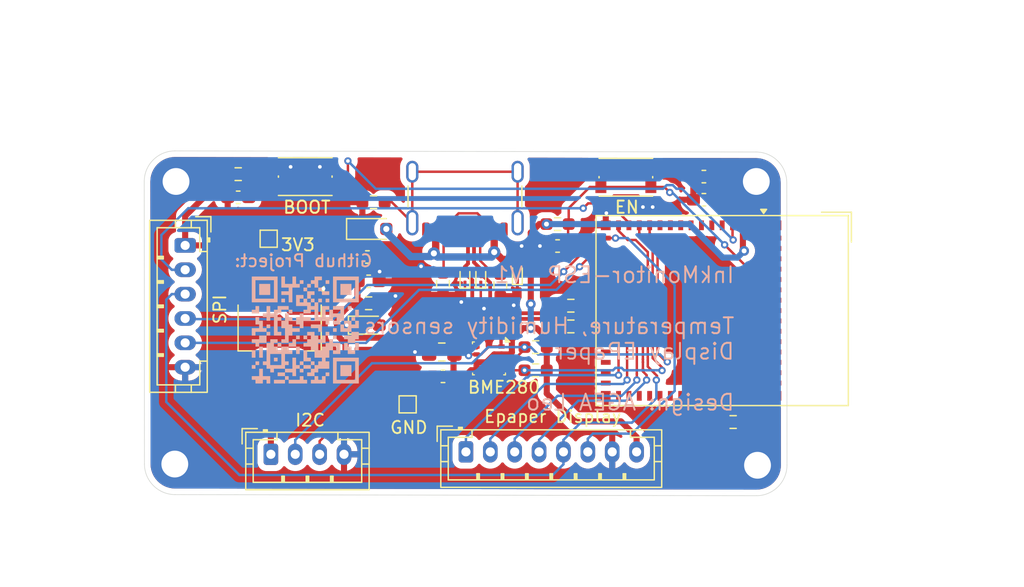
<source format=kicad_pcb>
(kicad_pcb (version 20241229) (generator "pcbnew") (generator_version "9.0")
  (layers (0 "F.Cu" signal) (2 "B.Cu" signal) (13 "F.Paste" user) (15 "B.Paste" user) (5 "F.SilkS" user "F.Silkscreen") (7 "B.SilkS" user "B.Silkscreen") (1 "F.Mask" user) (3 "B.Mask" user) (25 "Edge.Cuts" user))
  (net 0 "")
  (net 1 "EXT 5V")
  (net 2 "GND")
  (net 3 "+3.3V")
  (net 4 "/IO14")
  (net 5 "/EN")
  (net 6 "VBUS")
  (net 7 "/D+")
  (net 8 "/D-")
  (net 9 "Net-(D5-A)")
  (net 10 "Net-(J1-SHIELD)")
  (net 11 "Net-(J1-CC2)")
  (net 12 "Net-(J1-CC1)")
  (net 13 "/USB_D-")
  (net 14 "/USB_D+")
  (net 15 "/SCL")
  (net 16 "/SDA")
  (net 17 "/IO0")
  (net 18 "/IO46")
  (net 19 "/IO41")
  (net 20 "/IO2")
  (net 21 "/CS_E")
  (net 22 "/IO35")
  (net 23 "/IO45")
  (net 24 "/IO42")
  (net 25 "/IO33")
  (net 26 "/IO1")
  (net 27 "/IO47")
  (net 28 "/IO26")
  (net 29 "/RXD0")
  (net 30 "/IO48")
  (net 31 "/IO37")
  (net 32 "/IO40")
  (net 33 "/IO38")
  (net 34 "/SCK")
  (net 35 "/IO4")
  (net 36 "/MISO")
  (net 37 "/IO6")
  (net 38 "/IO5")
  (net 39 "/IO21")
  (net 40 "/IO36")
  (net 41 "/IO7")
  (net 42 "/IO3")
  (net 43 "/TXD0")
  (net 44 "/IO39")
  (net 45 "/CS")
  (net 46 "/IO34")
  (net 47 "/DIN")
  (net 48 "/BUSY")
  (net 49 "/DC")
  (net 50 "/RST")
  (footprint "Package_TO_SOT_SMD:SOT-223" (layer "F.Cu") (at 126.6 62.4 -90)
    (property "Reference" "U1" (hide yes))
    (property "Value" "AMS1117-3.3")
  )
  (footprint "Capacitor_SMD:C_0805_2012Metric_Pad1.18x1.45mm_HandSolder" (layer "F.Cu") (at 139.9 64.4 180)
    (property "Reference" "C4" (hide yes))
    (property "Value" "1µ")
  )
  (footprint "RF_Module:ESP32-S2-MINI-1" (layer "F.Cu") (at 162.9 61 -90)
    (property "Reference" "U3" (hide yes))
    (property "Value" "ESP32-S3-MINI-1")
  )
  (footprint "Connector_JST:JST_PH_B4B-PH-K_1x04_P2.00mm_Vertical" (layer "F.Cu") (at 125.88 72.8)
    (property "Reference" "J4" (hide yes))
    (property "Value" "I2C")
  )
  (footprint "Capacitor_SMD:C_0603_1608Metric_Pad1.08x0.95mm_HandSolder" (layer "F.Cu") (at 149.4 55.7 180)
    (property "Reference" "C8" (hide yes))
    (property "Value" "100n")
  )
  (footprint "Capacitor_SMD:C_0603_1608Metric_Pad1.08x0.95mm_HandSolder" (layer "F.Cu") (at 140 66.4 180)
    (property "Reference" "C3" (hide yes))
    (property "Value" "100n")
  )
  (footprint "TestPoint:TestPoint_Pad_1.0x1.0mm" (layer "F.Cu") (at 137.1 68.7)
    (property "Reference" "GND")
    (property "Value" "TestPoint_Pad_1.0x1.0mm")
  )
  (footprint "Button_Switch_SMD:SW_Push_1P1T_NO_CK_KMR2" (layer "F.Cu") (at 155 50.05)
    (property "Reference" "SW1" (hide yes))
    (property "Value" "SW_Push")
  )
  (footprint "LED_SMD:LED_0603_1608Metric_Pad1.05x0.95mm_HandSolder" (layer "F.Cu") (at 133.9 62.2)
    (property "Reference" "D5" (hide yes))
    (property "Value" "RED")
  )
  (footprint "Resistor_SMD:R_0603_1608Metric_Pad0.98x0.95mm_HandSolder" (layer "F.Cu") (at 147.6 64 180)
    (property "Reference" "R8" (hide yes))
    (property "Value" "10k")
  )
  (footprint "Resistor_SMD:R_0603_1608Metric_Pad0.98x0.95mm_HandSolder" (layer "F.Cu") (at 134.3 52.1 180)
    (property "Reference" "R1" (hide yes))
    (property "Value" "1M")
  )
  (footprint "Capacitor_SMD:C_0603_1608Metric_Pad1.08x0.95mm_HandSolder" (layer "F.Cu") (at 133.9 58.6)
    (property "Reference" "C2" (hide yes))
    (property "Value" "22µ")
  )
  (footprint "Resistor_SMD:R_0603_1608Metric_Pad0.98x0.95mm_HandSolder" (layer "F.Cu") (at 147.6 65.9 180)
    (property "Reference" "R7" (hide yes))
    (property "Value" "10k")
  )
  (footprint "Resistor_SMD:R_0603_1608Metric_Pad0.98x0.95mm_HandSolder" (layer "F.Cu") (at 123.2 49.8)
    (property "Reference" "R10" (hide yes))
    (property "Value" "10k")
  )
  (footprint "Connector_JST:JST_PH_B6B-PH-K_1x06_P2.00mm_Vertical" (layer "F.Cu") (at 118.85 55.65 -90)
    (property "Reference" "J3" (hide yes))
    (property "Value" "SPI")
  )
  (footprint "Capacitor_SMD:C_0603_1608Metric_Pad1.08x0.95mm_HandSolder" (layer "F.Cu") (at 133.8 56.6)
    (property "Reference" "C1" (hide yes))
    (property "Value" "22µ")
  )
  (footprint "Resistor_SMD:R_0603_1608Metric_Pad0.98x0.95mm_HandSolder" (layer "F.Cu") (at 140 58.8 -90)
    (property "Reference" "R5" (hide yes))
    (property "Value" "5,1k")
  )
  (footprint "Diode_SMD:D_SOD-923" (layer "F.Cu") (at 143.1 58.3 90)
    (property "Reference" "D3" (hide yes))
    (property "Value" "ESD9B5.0ST5G")
  )
  (footprint "MountingHole:MountingHole_2.2mm_M2_DIN965_Pad" (layer "F.Cu") (at 118.1 50.4)
    (property "Reference" "REF**" (hide yes))
    (property "Value" "MountingHole_2.2mm_M2_DIN965_Pad")
  )
  (footprint "Diode_SMD:D_SOD-923" (layer "F.Cu") (at 141.8 58.3 90)
    (property "Reference" "D2" (hide yes))
    (property "Value" "ESD9B5.0ST5G")
  )
  (footprint "Resistor_SMD:R_0603_1608Metric_Pad0.98x0.95mm_HandSolder" (layer "F.Cu") (at 150.4875 60.6)
    (property "Reference" "R2" (hide yes))
    (property "Value" "22R")
  )
  (footprint "Package_LGA:Bosch_LGA-8_2.5x2.5mm_P0.65mm_ClockwisePinNumbering" (layer "F.Cu") (at 143.775 64.925 -90)
    (property "Reference" "U2" (hide yes))
    (property "Value" "BME280")
  )
  (footprint "Resistor_SMD:R_0603_1608Metric_Pad0.98x0.95mm_HandSolder" (layer "F.Cu") (at 150.4875 62.3)
    (property "Reference" "R3" (hide yes))
    (property "Value" "22R")
  )
  (footprint "Resistor_SMD:R_0603_1608Metric_Pad0.98x0.95mm_HandSolder" (layer "F.Cu") (at 133.9 60.4)
    (property "Reference" "R4" (hide yes))
    (property "Value" "2k")
  )
  (footprint "Button_Switch_SMD:SW_Push_1P1T_NO_CK_KMR2" (layer "F.Cu") (at 128.7 50)
    (property "Reference" "SW2" (hide yes))
    (property "Value" "SW_Push")
  )
  (footprint "Resistor_SMD:R_0603_1608Metric_Pad0.98x0.95mm_HandSolder" (layer "F.Cu") (at 149.4 53.9)
    (property "Reference" "R11" (hide yes))
    (property "Value" "10k")
  )
  (footprint "Capacitor_SMD:C_0603_1608Metric_Pad1.08x0.95mm_HandSolder" (layer "F.Cu") (at 161.4 50 180)
    (property "Reference" "C6" (hide yes))
    (property "Value" "100n")
  )
  (footprint "TestPoint:TestPoint_Pad_1.0x1.0mm" (layer "F.Cu") (at 125.7 55.1)
    (property "Reference" "3V3")
    (property "Value" "TestPoint_Pad_1.0x1.0mm")
  )
  (footprint "MountingHole:MountingHole_2.2mm_M2_DIN965_Pad" (layer "F.Cu") (at 165.8 73.7)
    (property "Reference" "REF**" (hide yes))
    (property "Value" "MountingHole_2.2mm_M2_DIN965_Pad")
  )
  (footprint "Diode_SMD:D_SOD-923" (layer "F.Cu") (at 146.1 58 90)
    (property "Reference" "D4" (hide yes))
    (property "Value" "ESD9B5.0ST5G")
  )
  (footprint "Connector_USB:USB_C_Receptacle_GCT_USB4105-xx-A_16P_TopMnt_Horizontal" (layer "F.Cu") (at 141.8 50.675 180)
    (property "Reference" "J1" (hide yes))
    (property "Value" "USB_C_Receptacle_USB2.0_14P")
  )
  (footprint "MountingHole:MountingHole_2.2mm_M2_DIN965_Pad" (layer "F.Cu") (at 165.7 50.4)
    (property "Reference" "REF**" (hide yes))
    (property "Value" "MountingHole_2.2mm_M2_DIN965_Pad")
  )
  (footprint "Capacitor_SMD:C_0603_1608Metric_Pad1.08x0.95mm_HandSolder" (layer "F.Cu") (at 123.2 51.7 180)
    (property "Reference" "C7" (hide yes))
    (property "Value" "100n")
  )
  (footprint "Resistor_SMD:R_0603_1608Metric_Pad0.98x0.95mm_HandSolder" (layer "F.Cu") (at 144.7 58.9 90)
    (property "Reference" "R6" (hide yes))
    (property "Value" "5,1k")
  )
  (footprint "Connector_JST:JST_PH_B8B-PH-K_1x08_P2.00mm_Vertical" (layer "F.Cu") (at 141.88 72.6)
    (property "Reference" "J2" (hide yes))
    (property "Value" "Epaper Display")
  )
  (footprint "MountingHole:MountingHole_2.2mm_M2_DIN965_Pad" (layer "F.Cu") (at 118 73.6)
    (property "Reference" "REF**" (hide yes))
    (property "Value" "MountingHole_2.2mm_M2_DIN965_Pad")
  )
  (footprint "Resistor_SMD:R_0603_1608Metric_Pad0.98x0.95mm_HandSolder" (layer "F.Cu") (at 163.8 70.15)
    (property "Reference" "R9" (hide yes))
    (property "Value" "10k")
  )
  (footprint "Capacitor_SMD:C_0603_1608Metric_Pad1.08x0.95mm_HandSolder" (layer "F.Cu") (at 161.4 51.9 180)
    (property "Reference" "C5" (hide yes))
    (property "Value" "22µ")
  )
  (footprint "Diode_SMD:D_SOD-323_HandSoldering" (layer "F.Cu") (at 134.1 54.3)
    (property "Reference" "D1" (hide yes))
    (property "Value" "BAT760-7")
  )
  (footprint "LOGO" (layer "B.Cu") (at 128.7 62.6 180)
    (property "Reference" "G***" (hide yes))
    (property "Value" "LOGO" (hide yes))
  )
  (gr_line (start 165.7 76.2) (end 118.026634 76.108883) (stroke (width 0.05)) (layer "Edge.Cuts"))
  (gr_line (start 117.999924 47.891116) (end 165.682233 47.982233) (stroke (width 0.05)) (layer "Edge.Cuts"))
  (gr_line (start 115.5089 73.591116) (end 115.4911 50.408883) (stroke (width 0.05)) (layer "Edge.Cuts"))
  (gr_arc (start 118.026634 76.108883) (mid 116.246304 75.371446) (end 115.508867 73.591116) (stroke (width 0.05)) (layer "Edge.Cuts"))
  (gr_arc (start 165.682233 47.982233) (mid 167.462563 48.71967) (end 168.2 50.5) (stroke (width 0.05)) (layer "Edge.Cuts"))
  (gr_arc (start 168.217767 73.682233) (mid 167.48033 75.462563) (end 165.7 76.2) (stroke (width 0.05)) (layer "Edge.Cuts"))
  (gr_line (start 168.199967 50.5) (end 168.217767 73.682233) (stroke (width 0.05)) (layer "Edge.Cuts"))
  (gr_arc (start 115.4911 50.408883) (mid 116.228537 48.628553) (end 118.008867 47.891116) (stroke (width 0.05)) (layer "Edge.Cuts"))
  (gr_text "EN\n" (at 154 53.1 0) (layer "F.SilkS") (effects (font (size 1 1) (thickness 0.16)) (justify left bottom)))
  (gr_text "BOOT\n" (at 126.8 53.1 0) (layer "F.SilkS") (effects (font (size 1 1) (thickness 0.16)) (justify left bottom)))
  (gr_text "Github Project:" (at 134.3 57.5 0) (layer "B.SilkS") (effects (font (size 1 1) (thickness 0.16)) (justify left bottom mirror)))
  (gr_text "InkMonitor-ESP  V1\n\nTemperature, Humidity sensors\nDisplay EPaper\n\nDesign: AGEA Leo" (at 164 69.3 0) (layer "B.SilkS") (effects (font (size 1.3 1.3) (thickness 0.16)) (justify left bottom mirror)))
  (segment (start 143.55 54.355) (end 143.55 53.746176) (width 0.2) (layer "F.Cu") (net 0))
  (segment (start 140.55 53.746176) (end 140.55 54.355) (width 0.2) (layer "F.Cu") (net 0))
  (segment (start 141.280576 53.0156) (end 140.55 53.746176) (width 0.2) (layer "F.Cu") (net 0))
  (segment (start 142.819424 53.0156) (end 141.280576 53.0156) (width 0.2) (layer "F.Cu") (net 0))
  (segment (start 143.55 53.746176) (end 142.819424 53.0156) (width 0.2) (layer "F.Cu") (net 0))
  (segment (start 125.675 56.6) (end 124.3 57.975) (width 0.6) (layer "F.Cu") (net 1))
  (segment (start 132.9375 54.3875) (end 132.85 54.3) (width 0.6) (layer "F.Cu") (net 1))
  (segment (start 132.9375 56.6) (end 132.9375 54.3875) (width 0.6) (layer "F.Cu") (net 1))
  (segment (start 124.3 57.975) (end 124.3 59.25) (width 0.6) (layer "F.Cu") (net 1))
  (segment (start 132.9375 56.6) (end 125.675 56.6) (width 0.6) (layer "F.Cu") (net 1))
  (segment (start 144.7 60.3) (end 144.7 59.8125) (width 0.2) (layer "F.Cu") (net 2))
  (segment (start 146.1 58.42) (end 146.1 60.2638) (width 0.2) (layer "F.Cu") (net 2))
  (segment (start 141.8 58.72) (end 141.8 60) (width 0.2) (layer "F.Cu") (net 2))
  (segment (start 138.2 57.364733) (end 138.2 55.69) (width 0.2) (layer "F.Cu") (net 2))
  (segment (start 138.2 55.69) (end 138.6 55.29) (width 0.2) (layer "F.Cu") (net 2))
  (segment (start 142.75 64.6) (end 142.2 64.6) (width 0.2) (layer "F.Cu") (net 2))
  (segment (start 130.75 49.2) (end 129.9 49.2) (width 0.2) (layer "F.Cu") (net 2))
  (segment (start 143.1 58.72) (end 143.1 60.57369) (width 0.2) (layer "F.Cu") (net 2))
  (segment (start 146.1 60.2638) (end 145.8 60.5638) (width 0.2) (layer "F.Cu") (net 2))
  (segment (start 134.7625 57.8375) (end 134.8 57.8) (width 0.2) (layer "F.Cu") (net 2))
  (segment (start 143.777 63.95) (end 143.127 64.6) (width 0.2) (layer "F.Cu") (net 2))
  (segment (start 128.9 59.25) (end 130.15 59.25) (width 0.2) (layer "F.Cu") (net 2))
  (segment (start 144.9638 60.5638) (end 144.7 60.3) (width 0.2) (layer "F.Cu") (net 2))
  (segment (start 143.127 64.6) (end 142.75 64.6) (width 0.2) (layer "F.Cu") (net 2))
  (segment (start 138.6 55.29) (end 138.6 54.355) (width 0.2) (layer "F.Cu") (net 2))
  (segment (start 153.35 54) (end 153.35 53.05) (width 0.2) (layer "F.Cu") (net 2))
  (segment (start 143.1 60.57369) (end 143.363155 60.836845) (width 0.2) (layer "F.Cu") (net 2))
  (segment (start 138.8625 64.4) (end 137.7 64.4) (width 0.2) (layer "F.Cu") (net 2))
  (segment (start 153.35 53.05) (end 153.4 53) (width 0.2) (layer "F.Cu") (net 2))
  (segment (start 144.8 63.95) (end 143.777 63.95) (width 0.2) (layer "F.Cu") (net 2))
  (segment (start 141.8 60) (end 141.5 60.3) (width 0.2) (layer "F.Cu") (net 2))
  (segment (start 147.95 55.7) (end 148.5375 55.7) (width 0.2) (layer "F.Cu") (net 2))
  (segment (start 145.5 55.7) (end 145 55.2) (width 0.2) (layer "F.Cu") (net 2))
  (segment (start 130.15 59.25) (end 130.2 59.2) (width 0.2) (layer "F.Cu") (net 2))
  (segment (start 145.8 60.5638) (end 144.9638 60.5638) (width 0.2) (layer "F.Cu") (net 2))
  (segment (start 134.7625 58.6) (end 134.7625 57.8375) (width 0.2) (layer "F.Cu") (net 2))
  (segment (start 146.45 55.7) (end 145.5 55.7) (width 0.2) (layer "F.Cu") (net 2))
  (segment (start 133.025 62.2) (end 132.1 62.2) (width 0.2) (layer "F.Cu") (net 2))
  (segment (start 126.65 49.2) (end 127.5 49.2) (width 0.2) (layer "F.Cu") (net 2))
  (segment (start 145 55.2) (end 145 54.355) (width 0.2) (layer "F.Cu") (net 2))
  (segment (start 142.2 64.6) (end 142.1 64.7) (width 0.2) (layer "F.Cu") (net 2))
  (via (at 145.8 60.5638) (size 0.6) (drill 0.3) (layers "F.Cu" "B.Cu") (net 2))
  (via (at 146.45 55.7) (size 0.6) (drill 0.3) (layers "F.Cu" "B.Cu") (net 2))
  (via (at 127.5 49.2) (size 0.6) (drill 0.3) (layers "F.Cu" "B.Cu") (net 2))
  (via (at 137.7 64.4) (size 0.6) (drill 0.3) (layers "F.Cu" "B.Cu") (net 2))
  (via (at 132.1 62.2) (size 0.6) (drill 0.3) (layers "F.Cu" "B.Cu") (net 2))
  (via (at 130.2 59.2) (size 0.6) (drill 0.3) (layers "F.Cu" "B.Cu") (net 2))
  (via (at 141.5 60.3) (size 0.6) (drill 0.3) (layers "F.Cu" "B.Cu") (net 2))
  (via (at 156.4 52.5) (size 0.6) (drill 0.3) (layers "F.Cu" "B.Cu") (net 2))
  (via (at 157.2 52.5) (size 0.6) (drill 0.3) (layers "F.Cu" "B.Cu") (net 2))
  (via (at 147.95 55.7) (size 0.6) (drill 0.3) (layers "F.Cu" "B.Cu") (net 2))
  (via (at 143.363155 60.836845) (size 0.6) (drill 0.3) (layers "F.Cu" "B.Cu") (net 2))
  (via (at 138.2 57.364733) (size 0.6) (drill 0.3) (layers "F.Cu" "B.Cu") (net 2))
  (via (at 134.8 57.8) (size 0.6) (drill 0.3) (layers "F.Cu" "B.Cu") (net 2))
  (via (at 142.1 64.7) (size 0.6) (drill 0.3) (layers "F.Cu" "B.Cu") (net 2))
  (via (at 153.4 53) (size 0.6) (drill 0.3) (layers "F.Cu" "B.Cu") (net 2))
  (via (at 136.1 59.8) (size 0.6) (drill 0.3) (layers "F.Cu" "B.Cu") (net 2))
  (via (at 129.9 49.2) (size 0.6) (drill 0.3) (layers "F.Cu" "B.Cu") (net 2))
  (segment (start 146.45 55.7) (end 147.95 55.7) (width 0.2) (layer "B.Cu") (net 2))
  (segment (start 163.5 51.9) (end 162.2625 51.9) (width 0.5) (layer "F.Cu") (net 3))
  (segment (start 118.85 55.65) (end 121.45 55.65) (width 0.5) (layer "F.Cu") (net 3))
  (segment (start 148.4875 53.9) (end 147.9 53.9) (width 0.5) (layer "F.Cu") (net 3))
  (segment (start 145.65 64.428266) (end 145.65 63.369734) (width 0.5) (layer "F.Cu") (net 3))
  (segment (start 132 65.1875) (end 132 63.7) (width 0.5) (layer "F.Cu") (net 3))
  (segment (start 121.7 55.9) (end 121.7 59.7) (width 0.5) (layer "F.Cu") (net 3))
  (segment (start 131.3 61.6) (end 131.8 61.1) (width 0.5) (layer "F.Cu") (net 3))
  (segment (start 147.2 62.43718) (end 147.68718 62.43718) (width 0.5) (layer "F.Cu") (net 3))
  (segment (start 140.9375 63.6375) (end 140.524 63.224) (width 0.5) (layer "F.Cu") (net 3))
  (segment (start 132.9875 60.4) (end 132.9875 58.65) (width 0.5) (layer "F.Cu") (net 3))
  (segment (start 142.75 65.25) (end 142.75 65.9) (width 0.5) (layer "F.Cu") (net 3))
  (segment (start 126.6 60.2) (end 127.5 61.1) (width 0.5) (layer "F.Cu") (net 3))
  (segment (start 125.88 72.8) (end 125.88 71.3075) (width 0.5) (layer "F.Cu") (net 3))
  (segment (start 164.6 54) (end 164.6 56) (width 0.5) (layer "F.Cu") (net 3))
  (segment (start 147.68718 62.43718) (end 148.5125 63.2625) (width 0.5) (layer "F.Cu") (net 3))
  (segment (start 147.2 54.6) (end 147.2 60.4638) (width 0.5) (layer "F.Cu") (net 3))
  (segment (start 131.3 63) (end 132 63.7) (width 0.5) (layer "F.Cu") (net 3))
  (segment (start 132.9875 58.65) (end 133.0375 58.6) (width 0.5) (layer "F.Cu") (net 3))
  (segment (start 142.3 65.9) (end 141.8 66.4) (width 0.5) (layer "F.Cu") (net 3))
  (segment (start 155.88 71.38) (end 155.88 72.6) (width 0.5) (layer "F.Cu") (net 3))
  (segment (start 147.9 53.9) (end 147.2 54.6) (width 0.5) (layer "F.Cu") (net 3))
  (segment (start 142.75 65.9) (end 142.3 65.9) (width 0.5) (layer "F.Cu") (net 3))
  (segment (start 126.1 60.7) (end 126.6 60.2) (width 0.5) (layer "F.Cu") (net 3))
  (segment (start 132 63.7) (end 132.476 63.224) (width 0.5) (layer "F.Cu") (net 3))
  (segment (start 125.88 71.3075) (end 132 65.1875) (width 0.5) (layer "F.Cu") (net 3))
  (segment (start 127.5 61.1) (end 131.8 61.1) (width 0.5) (layer "F.Cu") (net 3))
  (segment (start 122.7 60.7) (end 126.1 60.7) (width 0.5) (layer "F.Cu") (net 3))
  (segment (start 122.2875 49.8) (end 118.85 53.2375) (width 0.5) (layer "F.Cu") (net 3))
  (segment (start 163.5 51.9) (end 164.6 53) (width 0.5) (layer "F.Cu") (net 3))
  (segment (start 121.45 55.65) (end 121.7 55.9) (width 0.5) (layer "F.Cu") (net 3))
  (segment (start 144.2 64.6) (end 143.55 65.25) (width 0.5) (layer "F.Cu") (net 3))
  (segment (start 144.8 64.6) (end 144.2 64.6) (width 0.5) (layer "F.Cu") (net 3))
  (segment (start 131.3 61.6) (end 131.3 63) (width 0.5) (layer "F.Cu") (net 3))
  (segment (start 164.6 53) (end 164.6 54) (width 0.5) (layer "F.Cu") (net 3))
  (segment (start 164.6 56) (end 164.7 56.1) (width 0.5) (layer "F.Cu") (net 3))
  (segment (start 150.8 70.1) (end 154.6 70.1) (width 0.5) (layer "F.Cu") (net 3))
  (segment (start 141.8 66.4) (end 140.8625 66.4) (width 0.5) (layer "F.Cu") (net 3))
  (segment (start 145.65 63.369734) (end 146.582554 62.43718) (width 0.5) (layer "F.Cu") (net 3))
  (segment (start 154.6 70.1) (end 155.88 71.38) (width 0.5) (layer "F.Cu") (net 3))
  (segment (start 122 55.1) (end 121.45 55.65) (width 0.5) (layer "F.Cu") (net 3))
  (segment (start 132.5 60.4) (end 132.9875 60.4) (width 0.5) (layer "F.Cu") (net 3))
  (segment (start 148.5125 65.9) (end 148.5125 67.8125) (width 0.5) (layer "F.Cu") (net 3))
  (segment (start 131.8 61.1) (end 132.5 60.4) (width 0.5) (layer "F.Cu") (net 3))
  (segment (start 162.2625 50) (end 162.2625 51.9) (width 0.5) (layer "F.Cu") (net 3))
  (segment (start 140.8625 66.4) (end 140.8625 64.475) (width 0.5) (layer "F.Cu") (net 3))
  (segment (start 148.5125 63.2625) (end 148.5125 64) (width 0.5) (layer "F.Cu") (net 3))
  (segment (start 148.5125 67.8125) (end 150.8 70.1) (width 0.5) (layer "F.Cu") (net 3))
  (segment (start 146.582554 62.43718) (end 147.2 62.43718) (width 0.5) (layer "F.Cu") (net 3))
  (segment (start 140.8625 64.475) (end 140.9375 64.4) (width 0.5) (layer "F.Cu") (net 3))
  (segment (start 118.85 53.2375) (end 118.85 55.65) (width 0.5) (layer "F.Cu") (net 3))
  (segment (start 144.8 64.6) (end 145.478266 64.6) (width 0.5) (layer "F.Cu") (net 3))
  (segment (start 125.7 55.1) (end 122 55.1) (width 0.5) (layer "F.Cu") (net 3))
  (segment (start 143.55 65.25) (end 142.75 65.25) (width 0.5) (layer "F.Cu") (net 3))
  (segment (start 132.476 63.224) (end 140.524 63.224) (width 0.5) (layer "F.Cu") (net 3))
  (segment (start 145.478266 64.6) (end 145.65 64.428266) (width 0.5) (layer "F.Cu") (net 3))
  (segment (start 140.9375 64.4) (end 141.3875 63.95) (width 0.5) (layer "F.Cu") (net 3))
  (segment (start 148.5125 64) (end 148.5125 65.9) (width 0.5) (layer "F.Cu") (net 3))
  (segment (start 132.7925 58.845) (end 133.0375 58.6) (width 0.5) (layer "F.Cu") (net 3))
  (segment (start 141.3875 63.95) (end 142.75 63.95) (width 0.5) (layer "F.Cu") (net 3))
  (segment (start 140.9375 64.4) (end 140.9375 63.6375) (width 0.5) (layer "F.Cu") (net 3))
  (segment (start 126.6 60.2) (end 126.6 59.25) (width 0.5) (layer "F.Cu") (net 3))
  (segment (start 121.7 59.7) (end 122.7 60.7) (width 0.5) (layer "F.Cu") (net 3))
  (via (at 147.2 60.4638) (size 0.8) (drill 0.4) (layers "F.Cu" "B.Cu") (net 3))
  (via (at 164.7 56.1) (size 0.8) (drill 0.4) (layers "F.Cu" "B.Cu") (net 3))
  (via (at 147.2 62.43718) (size 0.8) (drill 0.4) (layers "F.Cu" "B.Cu") (net 3))
  (via (at 148.4875 53.9) (size 0.8) (drill 0.4) (layers "F.Cu" "B.Cu") (net 3))
  (segment (start 147.2 62.43718) (end 147.2 60.4638) (width 0.5) (layer "B.Cu") (net 3))
  (segment (start 164.7 56.1) (end 164.151 56.649) (width 0.5) (layer "B.Cu") (net 3))
  (segment (start 164.151 56.649) (end 162.949 56.649) (width 0.5) (layer "B.Cu") (net 3))
  (segment (start 160.2 53.9) (end 148.4875 53.9) (width 0.5) (layer "B.Cu") (net 3))
  (segment (start 162.949 56.649) (end 160.2 53.9) (width 0.5) (layer "B.Cu") (net 3))
  (segment (start 150.2625 53.95) (end 150.3125 53.9) (width 0.2) (layer "F.Cu") (net 5))
  (segment (start 157.05 50.85) (end 158.15 50.85) (width 0.2) (layer "F.Cu") (net 5))
  (segment (start 150.3125 52.5875) (end 150.3125 53.9) (width 0.2) (layer "F.Cu") (net 5))
  (segment (start 166.3 58.8) (end 163.1 55.6) (width 0.2) (layer "F.Cu") (net 5))
  (segment (start 152.95 50.85) (end 157.05 50.85) (width 0.2) (layer "F.Cu") (net 5))
  (segment (start 150.2625 55.7) (end 150.2625 53.95) (width 0.2) (layer "F.Cu") (net 5))
  (segment (start 152.05 50.85) (end 150.3125 52.5875) (width 0.2) (layer "F.Cu") (net 5))
  (segment (start 166.3 68) (end 166.3 58.8) (width 0.2) (layer "F.Cu") (net 5))
  (segment (start 152.95 50.85) (end 152.05 50.85) (width 0.2) (layer "F.Cu") (net 5))
  (segment (start 158.15 50.85) (end 158.6 51.3) (width 0.2) (layer "F.Cu") (net 5))
  (via (at 158.6 51.3) (size 0.6) (drill 0.3) (layers "F.Cu" "B.Cu") (net 5))
  (via (at 163.1 55.6) (size 0.6) (drill 0.3) (layers "F.Cu" "B.Cu") (net 5))
  (segment (start 158.8 51.3) (end 158.6 51.3) (width 0.2) (layer "B.Cu") (net 5))
  (segment (start 163.1 55.6) (end 158.8 51.3) (width 0.2) (layer "B.Cu") (net 5))
  (segment (start 139.4 56.153776) (end 139.4 54.355) (width 0.6) (layer "F.Cu") (net 6))
  (segment (start 144.851058 56.801) (end 145.898644 56.801) (width 0.6) (layer "F.Cu") (net 6))
  (segment (start 139.25 56.303776) (end 139.4 56.153776) (width 0.6) (layer "F.Cu") (net 6))
  (segment (start 145.898644 56.801) (end 146.1 57.002356) (width 0.6) (layer "F.Cu") (net 6))
  (segment (start 144.2 56.2) (end 144.399 56.2) (width 0.6) (layer "F.Cu") (net 6))
  (segment (start 144.2 56.2) (end 144.2 54.355) (width 0.6) (layer "F.Cu") (net 6))
  (segment (start 144.399 56.348942) (end 144.851058 56.801) (width 0.6) (layer "F.Cu") (net 6))
  (segment (start 144.399 56.2) (end 144.399 56.348942) (width 0.6) (layer "F.Cu") (net 6))
  (segment (start 146.1 57.002356) (end 146.1 57.58) (width 0.6) (layer "F.Cu") (net 6))
  (via (at 144.2 56.2) (size 1) (drill 0.5) (layers "F.Cu" "B.Cu") (net 6))
  (via (at 139.25 56.303776) (size 1) (drill 0.5) (layers "F.Cu" "B.Cu") (net 6))
  (via (at 135.35 54.3) (size 1) (drill 0.5) (layers "F.Cu" "B.Cu") (net 6))
  (segment (start 139.25 56.303776) (end 139.546224 56.6) (width 0.6) (layer "B.Cu") (net 6))
  (segment (start 144.2 56.4) (end 144.2 56.2) (width 0.6) (layer "B.Cu") (net 6))
  (segment (start 138.989043 56.564733) (end 137.364105 56.564733) (width 0.6) (layer "B.Cu") (net 6))
  (segment (start 144 56.6) (end 144.2 56.4) (width 0.6) (layer "B.Cu") (net 6))
  (segment (start 139.546224 56.6) (end 144 56.6) (width 0.6) (layer "B.Cu") (net 6))
  (segment (start 139.25 56.303776) (end 138.989043 56.564733) (width 0.6) (layer "B.Cu") (net 6))
  (segment (start 135.35 54.550628) (end 135.35 54.3) (width 0.6) (layer "B.Cu") (net 6))
  (segment (start 137.364105 56.564733) (end 135.35 54.550628) (width 0.6) (layer "B.Cu") (net 6))
  (segment (start 142.05 57.15) (end 142.05 55.29) (width 0.31) (layer "F.Cu") (net 7))
  (segment (start 142.05 55.29) (end 142.01 55.29) (width 0.31) (layer "F.Cu") (net 7))
  (segment (start 142.01 55.29) (end 141.7 55.6) (width 0.31) (layer "F.Cu") (net 7))
  (segment (start 143.28218 61.68218) (end 148.225929 61.68218) (width 0.31) (layer "F.Cu") (net 7))
  (segment (start 141.8 57.88) (end 141.8 57.4) (width 0.31) (layer "F.Cu") (net 7))
  (segment (start 148.225929 61.68218) (end 148.843749 62.3) (width 0.31) (layer "F.Cu") (net 7))
  (segment (start 141.8 57.88) (end 141.8 57.9) (width 0.31) (layer "F.Cu") (net 7))
  (segment (start 141.056 55.356) (end 141.056 54.355) (width 0.31) (layer "F.Cu") (net 7))
  (segment (start 141.8 57.4) (end 142.05 57.15) (width 0.31) (layer "F.Cu") (net 7))
  (segment (start 142.4 60.8) (end 143.28218 61.68218) (width 0.31) (layer "F.Cu") (net 7))
  (segment (start 148.843749 62.3) (end 149.575 62.3) (width 0.31) (layer "F.Cu") (net 7))
  (segment (start 141.7 55.6) (end 141.3 55.6) (width 0.31) (layer "F.Cu") (net 7))
  (segment (start 142.05 55.29) (end 142.05 54.87) (width 0.31) (layer "F.Cu") (net 7))
  (segment (start 142.4 58.5) (end 142.4 60.8) (width 0.31) (layer "F.Cu") (net 7))
  (segment (start 141.8 57.9) (end 142.4 58.5) (width 0.31) (layer "F.Cu") (net 7))
  (segment (start 141.3 55.6) (end 141.056 55.356) (width 0.31) (layer "F.Cu") (net 7))
  (segment (start 141.814112 53.4716) (end 142.3716 53.4716) (width 0.31) (layer "F.Cu") (net 8))
  (segment (start 143.869 58.715418) (end 143.869 60.314918) (width 0.31) (layer "F.Cu") (net 8))
  (segment (start 143.1 57.88) (end 143.1 58.184) (width 0.31) (layer "F.Cu") (net 8))
  (segment (start 148.224949 61.2188) (end 148.843749 60.6) (width 0.31) (layer "F.Cu") (net 8))
  (segment (start 142.3716 53.4716) (end 142.544 53.644) (width 0.31) (layer "F.Cu") (net 8))
  (segment (start 148.843749 60.6) (end 149.575 60.6) (width 0.31) (layer "F.Cu") (net 8))
  (segment (start 143.1 58.184) (end 143.337582 58.184) (width 0.31) (layer "F.Cu") (net 8))
  (segment (start 142.544 53.644) (end 142.544 57.044) (width 0.31) (layer "F.Cu") (net 8))
  (segment (start 143.337582 58.184) (end 143.869 58.715418) (width 0.31) (layer "F.Cu") (net 8))
  (segment (start 141.55 53.735712) (end 141.814112 53.4716) (width 0.31) (layer "F.Cu") (net 8))
  (segment (start 143.1 57.6) (end 143.1 57.88) (width 0.31) (layer "F.Cu") (net 8))
  (segment (start 141.55 54.355) (end 141.55 53.735712) (width 0.31) (layer "F.Cu") (net 8))
  (segment (start 143.869 60.314918) (end 144.772882 61.2188) (width 0.31) (layer "F.Cu") (net 8))
  (segment (start 144.772882 61.2188) (end 148.224949 61.2188) (width 0.31) (layer "F.Cu") (net 8))
  (segment (start 142.544 57.044) (end 143.1 57.6) (width 0.31) (layer "F.Cu") (net 8))
  (segment (start 134.775 62.2) (end 134.775 60.4375) (width 0.2) (layer "F.Cu") (net 9))
  (segment (start 134.775 60.4375) (end 134.8125 60.4) (width 0.2) (layer "F.Cu") (net 9))
  (segment (start 146.12 49.6) (end 146.12 53.78) (width 0.2) (layer "F.Cu") (net 10))
  (segment (start 135.8 52.1) (end 137.48 53.78) (width 0.2) (layer "F.Cu") (net 10))
  (segment (start 137.48 49.6) (end 137.48 53.78) (width 0.2) (layer "F.Cu") (net 10))
  (segment (start 146.12 49.6) (end 137.48 49.6) (width 0.2) (layer "F.Cu") (net 10))
  (segment (start 135.2125 52.1) (end 135.8 52.1) (width 0.2) (layer "F.Cu") (net 10))
  (segment (start 140.2 57.8875) (end 140.05 57.7375) (width 0.2) (layer "F.Cu") (net 11))
  (segment (start 140.05 57.7375) (end 140.05 54.355) (width 0.2) (layer "F.Cu") (net 11))
  (segment (start 143.556 57.411119) (end 144.132382 57.9875) (width 0.2) (layer "F.Cu") (net 12))
  (segment (start 143.05 56.905118) (end 143.556 57.411119) (width 0.2) (layer "F.Cu") (net 12))
  (segment (start 143.05 54.355) (end 143.05 56.905118) (width 0.2) (layer "F.Cu") (net 12))
  (segment (start 144.132382 57.9875) (end 144.7 57.9875) (width 0.2) (layer "F.Cu") (net 12))
  (segment (start 151.8 61) (end 153.35 61) (width 0.31) (layer "F.Cu") (net 13))
  (segment (start 151.4 60.6) (end 151.8 61) (width 0.31) (layer "F.Cu") (net 13))
  (segment (start 151.4 62.3) (end 151.85 61.85) (width 0.31) (layer "F.Cu") (net 14))
  (segment (start 151.85 61.85) (end 153.35 61.85) (width 0.31) (layer "F.Cu") (net 14))
  (segment (start 156.1 54.65) (end 156.1 54) (width 0.2) (layer "F.Cu") (net 15))
  (segment (start 142.7 67.2) (end 144 65.9) (width 0.2) (layer "F.Cu") (net 15))
  (segment (start 129.88 72.8) (end 129.88 71.72) (width 0.2) (layer "F.Cu") (net 15))
  (segment (start 129.88 71.72) (end 134.4 67.2) (width 0.2) (layer "F.Cu") (net 15))
  (segment (start 144 65.9) (end 144.8 65.9) (width 0.2) (layer "F.Cu") (net 15))
  (segment (start 157.967738 65.919209) (end 157.967738 65.667738) (width 0.2) (layer "F.Cu") (net 15))
  (segment (start 157.199 55.749) (end 156.1 54.65) (width 0.2) (layer "F.Cu") (net 15))
  (segment (start 134.4 67.2) (end 142.7 67.2) (width 0.2) (layer "F.Cu") (net 15))
  (segment (start 157.967738 65.667738) (end 157.2 64.9) (width 0.2) (layer "F.Cu") (net 15))
  (segment (start 144.8 65.9) (end 146.6875 65.9) (width 0.2) (layer "F.Cu") (net 15))
  (segment (start 157.199 64.6661) (end 157.199 55.749) (width 0.2) (layer "F.Cu") (net 15))
  (segment (start 157.2 64.9) (end 157.2 64.6671) (width 0.2) (layer "F.Cu") (net 15))
  (segment (start 157.2 64.6671) (end 157.199 64.6661) (width 0.2) (layer "F.Cu") (net 15))
  (via (at 157.967738 65.919209) (size 0.6) (drill 0.3) (layers "F.Cu" "B.Cu") (net 15))
  (via (at 146.6875 65.9) (size 0.6) (drill 0.3) (layers "F.Cu" "B.Cu") (net 15))
  (segment (start 154.848943 65.9) (end 154.648943 65.7) (width 0.2) (layer "B.Cu") (net 15))
  (segment (start 153.951057 65.9) (end 146.6875 65.9) (width 0.2) (layer "B.Cu") (net 15))
  (segment (start 157.948529 65.9) (end 154.848943 65.9) (width 0.2) (layer "B.Cu") (net 15))
  (segment (start 154.151057 65.7) (end 153.951057 65.9) (width 0.2) (layer "B.Cu") (net 15))
  (segment (start 154.648943 65.7) (end 154.151057 65.7) (width 0.2) (layer "B.Cu") (net 15))
  (segment (start 157.967738 65.919209) (end 157.948529 65.9) (width 0.2) (layer "B.Cu") (net 15))
  (segment (start 158.238295 65.138295) (end 157.6 64.5) (width 0.2) (layer "F.Cu") (net 16))
  (segment (start 157.6 55.3) (end 156.95 54.65) (width 0.2) (layer "F.Cu") (net 16))
  (segment (start 145.607498 65.25) (end 146.6875 64.169998) (width 0.2) (layer "F.Cu") (net 16))
  (segment (start 144.8 65.25) (end 145.607498 65.25) (width 0.2) (layer "F.Cu") (net 16))
  (segment (start 146.6875 64.169998) (end 146.6875 64) (width 0.2) (layer "F.Cu") (net 16))
  (segment (start 144.85 65.3) (end 144.8 65.25) (width 0.2) (layer "F.Cu") (net 16))
  (segment (start 157.6 64.5) (end 157.6 55.3) (width 0.2) (layer "F.Cu") (net 16))
  (segment (start 158.4 65.206272) (end 158.332023 65.138295) (width 0.2) (layer "F.Cu") (net 16))
  (segment (start 156.95 54.65) (end 156.95 54) (width 0.2) (layer "F.Cu") (net 16))
  (segment (start 158.332023 65.138295) (end 158.238295 65.138295) (width 0.2) (layer "F.Cu") (net 16))
  (via (at 158.4 65.206272) (size 0.6) (drill 0.3) (layers "F.Cu" "B.Cu") (net 16))
  (via (at 146.6875 64) (size 0.6) (drill 0.3) (layers "F.Cu" "B.Cu") (net 16))
  (segment (start 147.8 64.6) (end 147.2 64) (width 0.2) (layer "B.Cu") (net 16))
  (segment (start 158.4 65.206272) (end 158.4 65.2) (width 0.2) (layer "B.Cu") (net 16))
  (segment (start 142.375919 65.324081) (end 134.175919 65.324081) (width 0.2) (layer "B.Cu") (net 16))
  (segment (start 134.175919 65.324081) (end 127.88 71.62) (width 0.2) (layer "B.Cu") (net 16))
  (segment (start 146.6875 64) (end 143.7 64) (width 0.2) (layer "B.Cu") (net 16))
  (segment (start 143.7 64) (end 142.375919 65.324081) (width 0.2) (layer "B.Cu") (net 16))
  (segment (start 147.2 64) (end 146.6875 64) (width 0.2) (layer "B.Cu") (net 16))
  (segment (start 157.8 64.6) (end 147.8 64.6) (width 0.2) (layer "B.Cu") (net 16))
  (segment (start 158.4 65.2) (end 157.8 64.6) (width 0.2) (layer "B.Cu") (net 16))
  (segment (start 127.88 71.62) (end 127.88 72.8) (width 0.2) (layer "B.Cu") (net 16))
  (segment (start 163.75 54) (end 163.75 55.15) (width 0.2) (layer "F.Cu") (net 17))
  (segment (start 131.3 50.8) (end 130.75 50.8) (width 0.2) (layer "F.Cu") (net 17))
  (segment (start 132.199965 48.718253) (end 132.199965 49.900035) (width 0.2) (layer "F.Cu") (net 17))
  (segment (start 130.75 50.8) (end 126.65 50.8) (width 0.2) (layer "F.Cu") (net 17))
  (segment (start 124.0625 51.7) (end 124.0625 49.85) (width 0.2) (layer "F.Cu") (net 17))
  (segment (start 124.1125 49.8) (end 125.65 49.8) (width 0.2) (layer "F.Cu") (net 17))
  (segment (start 125.65 49.8) (end 126.65 50.8) (width 0.2) (layer "F.Cu") (net 17))
  (segment (start 132.199965 49.900035) (end 131.3 50.8) (width 0.2) (layer "F.Cu") (net 17))
  (segment (start 124.0625 49.85) (end 124.1125 49.8) (width 0.2) (layer "F.Cu") (net 17))
  (segment (start 163.75 55.15) (end 163.8 55.2) (width 0.2) (layer "F.Cu") (net 17))
  (via (at 132.199965 48.718253) (size 0.6) (drill 0.3) (layers "F.Cu" "B.Cu") (net 17))
  (via (at 163.8 55.2) (size 0.6) (drill 0.3) (layers "F.Cu" "B.Cu") (net 17))
  (segment (start 158.848943 50.699) (end 158.351057 50.699) (width 0.2) (layer "B.Cu") (net 17))
  (segment (start 163.8 55.2) (end 159.6 51) (width 0.2) (layer "B.Cu") (net 17))
  (segment (start 134.481712 51) (end 132.199965 48.718253) (width 0.2) (layer "B.Cu") (net 17))
  (segment (start 159.149943 51) (end 158.848943 50.699) (width 0.2) (layer "B.Cu") (net 17))
  (segment (start 158.050057 51) (end 134.481712 51) (width 0.2) (layer "B.Cu") (net 17))
  (segment (start 158.351057 50.699) (end 158.050057 51) (width 0.2) (layer "B.Cu") (net 17))
  (segment (start 159.6 51) (end 159.149943 51) (width 0.2) (layer "B.Cu") (net 17))
  (segment (start 156.700006 66.7) (end 156.700006 66.300006) (width 0.2) (layer "F.Cu") (net 21))
  (segment (start 156.399 65.2332) (end 156.398 65.2322) (width 0.2) (layer "F.Cu") (net 21))
  (segment (start 156.4 65.7671) (end 156.399 65.7661) (width 0.2) (layer "F.Cu") (net 21))
  (segment (start 156.399 65.7661) (end 156.399 65.2332) (width 0.2) (layer "F.Cu") (net 21))
  (segment (start 156.397 64.9983) (end 156.397 58.497) (width 0.2) (layer "F.Cu") (net 21))
  (segment (start 156.700006 66.300006) (end 156.4 66) (width 0.2) (layer "F.Cu") (net 21))
  (segment (start 155.5 57.6) (end 153.35 57.6) (width 0.2) (layer "F.Cu") (net 21))
  (segment (start 156.398 65.2322) (end 156.398 64.9993) (width 0.2) (layer "F.Cu") (net 21))
  (segment (start 156.398 64.9993) (end 156.397 64.9983) (width 0.2) (layer "F.Cu") (net 21))
  (segment (start 156.4 66) (end 156.4 65.7671) (width 0.2) (layer "F.Cu") (net 21))
  (segment (start 156.397 58.497) (end 155.5 57.6) (width 0.2) (layer "F.Cu") (net 21))
  (via (at 156.700006 66.7) (size 0.6) (drill 0.3) (layers "F.Cu" "B.Cu") (net 21))
  (segment (start 155.049946 68.4) (end 156.700006 66.74994) (width 0.2) (layer "B.Cu") (net 21))
  (segment (start 151.1 68.4) (end 155.049946 68.4) (width 0.2) (layer "B.Cu") (net 21))
  (segment (start 147.88 72.6) (end 147.88 71.62) (width 0.2) (layer "B.Cu") (net 21))
  (segment (start 147.88 71.62) (end 151.1 68.4) (width 0.2) (layer "B.Cu") (net 21))
  (segment (start 156.700006 66.74994) (end 156.700006 66.7) (width 0.2) (layer "B.Cu") (net 21))
  (segment (start 162.8875 68.0125) (end 162.9 68) (width 0.2) (layer "F.Cu") (net 23))
  (segment (start 162.8875 70.15) (end 162.8875 68.0125) (width 0.2) (layer "F.Cu") (net 23))
  (segment (start 157.366738 66.168152) (end 157.366738 66.166738) (width 0.2) (layer "F.Cu") (net 34))
  (segment (start 155.149943 55.2) (end 154.4 54.450057) (width 0.2) (layer "F.Cu") (net 34))
  (segment (start 155.8 55.2) (end 155.149943 55.2) (width 0.2) (layer "F.Cu") (net 34))
  (segment (start 157.500009 66.7) (end 157.55 66.650009) (width 0.2) (layer "F.Cu") (net 34))
  (segment (start 156.8 65.6) (end 156.8 65.0671) (width 0.2) (layer "F.Cu") (net 34))
  (segment (start 156.798 56.198) (end 155.8 55.2) (width 0.2) (layer "F.Cu") (net 34))
  (segment (start 157.55 66.650009) (end 157.55 66.351414) (width 0.2) (layer "F.Cu") (net 34))
  (segment (start 156.799 64.8332) (end 156.798 64.8322) (width 0.2) (layer "F.Cu") (net 34))
  (segment (start 156.8 65.0671) (end 156.799 65.0661) (width 0.2) (layer "F.Cu") (net 34))
  (segment (start 156.798 64.8322) (end 156.798 56.198) (width 0.2) (layer "F.Cu") (net 34))
  (segment (start 157.55 66.351414) (end 157.366738 66.168152) (width 0.2) (layer "F.Cu") (net 34))
  (segment (start 157.366738 66.166738) (end 156.8 65.6) (width 0.2) (layer "F.Cu") (net 34))
  (segment (start 156.799 65.0661) (end 156.799 64.8332) (width 0.2) (layer "F.Cu") (net 34))
  (segment (start 154.4 54.450057) (end 154.4 54) (width 0.2) (layer "F.Cu") (net 34))
  (via (at 157.500009 66.7) (size 0.6) (drill 0.3) (layers "F.Cu" "B.Cu") (net 34))
  (segment (start 157.500009 66.7) (end 157.500009 68.199991) (width 0.2) (layer "B.Cu") (net 34))
  (segment (start 149.88 73.62) (end 149 74.5) (width 0.2) (layer "B.Cu") (net 34))
  (segment (start 155.5 70.2) (end 151.3 70.2) (width 0.2) (layer "B.Cu") (net 34))
  (segment (start 149.88 72.6) (end 149.88 73.62) (width 0.2) (layer "B.Cu") (net 34))
  (segment (start 149 74.5) (end 123.3 74.5) (width 0.2) (layer "B.Cu") (net 34))
  (segment (start 117.3 60.1) (end 117.75 59.65) (width 0.2) (layer "B.Cu") (net 34))
  (segment (start 151.3 70.2) (end 149.88 71.62) (width 0.2) (layer "B.Cu") (net 34))
  (segment (start 123.3 74.5) (end 117.3 68.5) (width 0.2) (layer "B.Cu") (net 34))
  (segment (start 149.88 71.62) (end 149.88 72.6) (width 0.2) (layer "B.Cu") (net 34))
  (segment (start 157.500009 68.199991) (end 155.5 70.2) (width 0.2) (layer "B.Cu") (net 34))
  (segment (start 117.3 68.5) (end 117.3 60.1) (width 0.2) (layer "B.Cu") (net 34))
  (segment (start 117.75 59.65) (end 118.85 59.65) (width 0.2) (layer "B.Cu") (net 34))
  (segment (start 152.7 55.9) (end 151.2 57.4) (width 0.2) (layer "F.Cu") (net 36))
  (segment (start 153.35 55.9) (end 152.7 55.9) (width 0.2) (layer "F.Cu") (net 36))
  (via (at 151.2 57.4) (size 0.6) (drill 0.3) (layers "F.Cu" "B.Cu") (net 36))
  (segment (start 133.6829 63.65) (end 138.0339 59.299) (width 0.2) (layer "B.Cu") (net 36))
  (segment (start 118.85 63.65) (end 133.6829 63.65) (width 0.2) (layer "B.Cu") (net 36))
  (segment (start 138.0339 59.299) (end 149.301 59.299) (width 0.2) (layer "B.Cu") (net 36))
  (segment (start 149.301 59.299) (end 151.2 57.4) (width 0.2) (layer "B.Cu") (net 36))
  (segment (start 153.65 52.2) (end 151.9 52.2) (width 0.2) (layer "F.Cu") (net 45))
  (segment (start 151.9 52.2) (end 151.5 52.6) (width 0.2) (layer "F.Cu") (net 45))
  (segment (start 155.25 53.8) (end 153.65 52.2) (width 0.2) (layer "F.Cu") (net 45))
  (segment (start 155.25 54) (end 155.25 53.8) (width 0.2) (layer "F.Cu") (net 45))
  (via (at 151.5 52.6) (size 0.6) (drill 0.3) (layers "F.Cu" "B.Cu") (net 45))
  (segment (start 117.75 57.65) (end 116.9 56.8) (width 0.2) (layer "B.Cu") (net 45))
  (segment (start 151.5 52.6) (end 119.1 52.6) (width 0.2) (layer "B.Cu") (net 45))
  (segment (start 118.85 57.65) (end 117.75 57.65) (width 0.2) (layer "B.Cu") (net 45))
  (segment (start 119.1 52.6) (end 116.9 54.8) (width 0.2) (layer "B.Cu") (net 45))
  (segment (start 116.9 54.8) (end 116.9 56.8) (width 0.2) (layer "B.Cu") (net 45))
  (segment (start 154.15 55.05) (end 153.35 55.05) (width 0.2) (layer "F.Cu") (net 47))
  (segment (start 153.35 55.05) (end 152.65 55.05) (width 0.2) (layer "F.Cu") (net 47))
  (segment (start 152.65 55.05) (end 149.9 57.8) (width 0.2) (layer "F.Cu") (net 47))
  (via (at 149.9 57.8) (size 0.6) (drill 0.3) (layers "F.Cu" "B.Cu") (net 47))
  (via (at 154.15 55.05) (size 0.6) (drill 0.3) (layers "F.Cu" "B.Cu") (net 47))
  (segment (start 148.802 58.898) (end 133.802 58.898) (width 0.2) (layer "B.Cu") (net 47))
  (segment (start 159 67.6) (end 159 58.9) (width 0.2) (layer "B.Cu") (net 47))
  (segment (start 159 58.9) (end 155.15 55.05) (width 0.2) (layer "B.Cu") (net 47))
  (segment (start 133.802 58.898) (end 131 61.7) (width 0.2) (layer "B.Cu") (net 47))
  (segment (start 118.9 61.7) (end 118.85 61.65) (width 0.2) (layer "B.Cu") (net 47))
  (segment (start 151.88 72.6) (end 151.88 71.52) (width 0.2) (layer "B.Cu") (net 47))
  (segment (start 151.88 71.52) (end 152.3 71.1) (width 0.2) (layer "B.Cu") (net 47))
  (segment (start 155.15 55.05) (end 154.15 55.05) (width 0.2) (layer "B.Cu") (net 47))
  (segment (start 149.9 57.8) (end 148.802 58.898) (width 0.2) (layer "B.Cu") (net 47))
  (segment (start 152.3 71.1) (end 155.5 71.1) (width 0.2) (layer "B.Cu") (net 47))
  (segment (start 131 61.7) (end 118.9 61.7) (width 0.2) (layer "B.Cu") (net 47))
  (segment (start 155.5 71.1) (end 159 67.6) (width 0.2) (layer "B.Cu") (net 47))
  (segment (start 154.4 61) (end 153.55 60.15) (width 0.2) (layer "F.Cu") (net 48))
  (segment (start 154.4 66.301) (end 154.4 61) (width 0.2) (layer "F.Cu") (net 48))
  (segment (start 153.55 60.15) (end 153.35 60.15) (width 0.2) (layer "F.Cu") (net 48))
  (via (at 154.4 66.301) (size 0.6) (drill 0.3) (layers "F.Cu" "B.Cu") (net 48))
  (segment (start 147.136443 66.301) (end 146.936443 66.501) (width 0.2) (layer "B.Cu") (net 48))
  (segment (start 141.88 71.42) (end 141.88 72.6) (width 0.2) (layer "B.Cu") (net 48))
  (segment (start 154.4 66.301) (end 147.136443 66.301) (width 0.2) (layer "B.Cu") (net 48))
  (segment (start 146.936443 66.501) (end 146.799 66.501) (width 0.2) (layer "B.Cu") (net 48))
  (segment (start 146.799 66.501) (end 141.88 71.42) (width 0.2) (layer "B.Cu") (net 48))
  (segment (start 155.900003 66.200003) (end 155.900003 66.7) (width 0.2) (layer "F.Cu") (net 49))
  (segment (start 155.9 59.6) (end 155.9 66.2) (width 0.2) (layer "F.Cu") (net 49))
  (segment (start 155.9 66.2) (end 155.900003 66.200003) (width 0.2) (layer "F.Cu") (net 49))
  (segment (start 153.35 58.45) (end 154.75 58.45) (width 0.2) (layer "F.Cu") (net 49))
  (segment (start 154.75 58.45) (end 155.9 59.6) (width 0.2) (layer "F.Cu") (net 49))
  (via (at 155.900003 66.7) (size 0.6) (drill 0.3) (layers "F.Cu" "B.Cu") (net 49))
  (segment (start 154.650943 67.999) (end 149.401 67.999) (width 0.2) (layer "B.Cu") (net 49))
  (segment (start 155.900003 66.74994) (end 154.650943 67.999) (width 0.2) (layer "B.Cu") (net 49))
  (segment (start 155.900003 66.7) (end 155.900003 66.74994) (width 0.2) (layer "B.Cu") (net 49))
  (segment (start 145.88 71.52) (end 145.88 72.6) (width 0.2) (layer "B.Cu") (net 49))
  (segment (start 149.401 67.999) (end 145.88 71.52) (width 0.2) (layer "B.Cu") (net 49))
  (segment (start 155.1 60) (end 154.4 59.3) (width 0.2) (layer "F.Cu") (net 50))
  (segment (start 154.4 59.3) (end 153.35 59.3) (width 0.2) (layer "F.Cu") (net 50))
  (segment (start 155.1 66.7) (end 155.1 60) (width 0.2) (layer "F.Cu") (net 50))
  (via (at 155.1 66.7) (size 0.6) (drill 0.3) (layers "F.Cu" "B.Cu") (net 50))
  (segment (start 154.773918 67.026082) (end 148.373918 67.026082) (width 0.2) (layer "B.Cu") (net 50))
  (segment (start 155.1 66.7) (end 154.773918 67.026082) (width 0.2) (layer "B.Cu") (net 50))
  (segment (start 143.88 71.52) (end 143.88 72.6) (width 0.2) (layer "B.Cu") (net 50))
  (segment (start 148.373918 67.026082) (end 143.88 71.52) (width 0.2) (layer "B.Cu") (net 50))
  (zone (net 2) (net_name "GND") (layers "F.Cu" "B.Cu") (connect_pads (clearance 0.5)) (min_thickness 0.25) (fill yes (thermal_gap 0.5) (thermal_bridge_width 0.5))
    (polygon (pts (xy 114 47) (xy 168.75 46.75) (xy 169 77.5) (xy 114 77.5)))
  )
)
</source>
